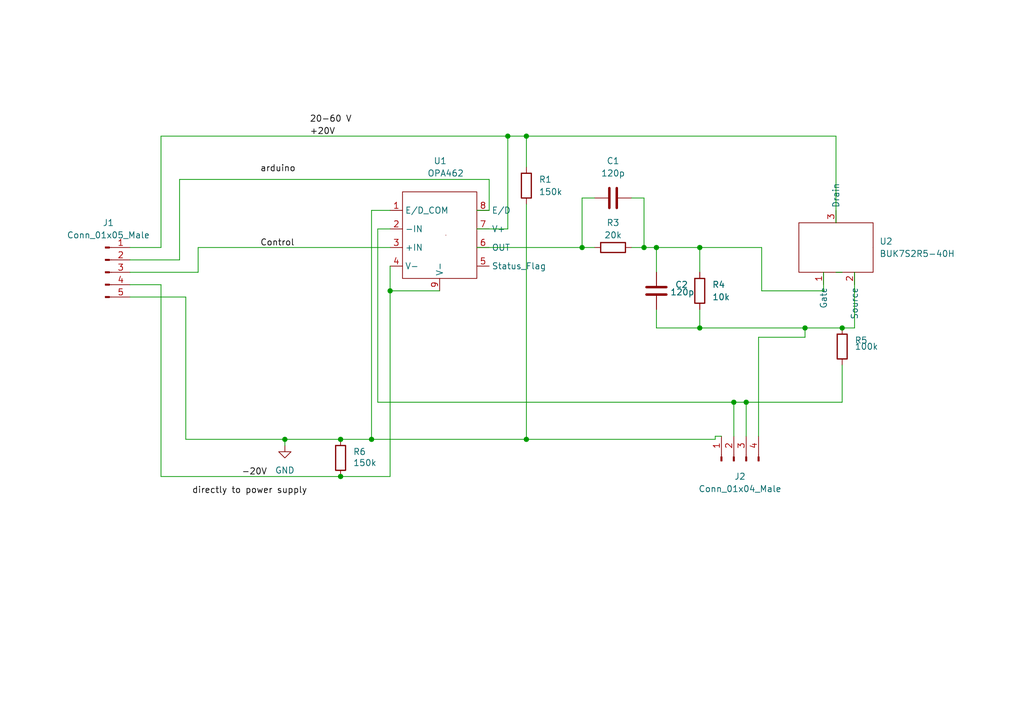
<source format=kicad_sch>
(kicad_sch (version 20230121) (generator eeschema)

  (uuid d8603679-3e7b-4337-8dbc-1827f5f54d8a)

  (paper "A5")

  (title_block
    (title "LED driver")
    (date "2023-02-01")
    (rev "v1a")
    (company "SBC / Northwestern University")
    (comment 1 "Author: Shilin Ray")
  )

  (lib_symbols
    (symbol "Connector:Conn_01x04_Male" (pin_names (offset 1.016) hide) (in_bom yes) (on_board yes)
      (property "Reference" "J" (at 0 6.35 0)
        (effects (font (size 1.27 1.27)))
      )
      (property "Value" "Conn_01x04_Male" (at 0 -7.62 0)
        (effects (font (size 1.27 1.27)))
      )
      (property "Footprint" "" (at 1.905 4.445 90)
        (effects (font (size 1.27 1.27)) hide)
      )
      (property "Datasheet" "~" (at 1.905 4.445 90)
        (effects (font (size 1.27 1.27)) hide)
      )
      (property "ki_keywords" "connector" (at 0 0 0)
        (effects (font (size 1.27 1.27)) hide)
      )
      (property "ki_description" "Generic connector, single row, 01x04, script generated (kicad-library-utils/schlib/autogen/connector/)" (at 0 0 0)
        (effects (font (size 1.27 1.27)) hide)
      )
      (property "ki_fp_filters" "Connector*:*_1x??_*" (at 0 0 0)
        (effects (font (size 1.27 1.27)) hide)
      )
      (symbol "Conn_01x04_Male_1_1"
        (rectangle (start -3.048 3.5814) (end -3.302 4.445)
          (stroke (width 0.1524) (type default))
          (fill (type outline))
        )
        (rectangle (start -0.508 3.5814) (end -0.762 4.445)
          (stroke (width 0.1524) (type default))
          (fill (type outline))
        )
        (polyline
          (pts
            (xy -3.175 3.175)
            (xy -3.175 3.5814)
          )
          (stroke (width 0.1524) (type default))
          (fill (type none))
        )
        (polyline
          (pts
            (xy -0.635 3.175)
            (xy -0.635 3.5814)
          )
          (stroke (width 0.1524) (type default))
          (fill (type none))
        )
        (polyline
          (pts
            (xy 1.905 3.175)
            (xy 1.905 3.5814)
          )
          (stroke (width 0.1524) (type default))
          (fill (type none))
        )
        (polyline
          (pts
            (xy 4.445 3.175)
            (xy 4.445 3.5814)
          )
          (stroke (width 0.1524) (type default))
          (fill (type none))
        )
        (rectangle (start 2.032 3.5814) (end 1.778 4.445)
          (stroke (width 0.1524) (type default))
          (fill (type outline))
        )
        (rectangle (start 4.572 3.5814) (end 4.318 4.445)
          (stroke (width 0.1524) (type default))
          (fill (type outline))
        )
        (pin passive line (at 4.445 -0.635 90) (length 3.81)
          (name "Pin_1" (effects (font (size 1.27 1.27))))
          (number "1" (effects (font (size 1.27 1.27))))
        )
        (pin passive line (at 1.905 -0.635 90) (length 3.81)
          (name "Pin_2" (effects (font (size 1.27 1.27))))
          (number "2" (effects (font (size 1.27 1.27))))
        )
        (pin passive line (at -0.635 -0.635 90) (length 3.81)
          (name "Pin_3" (effects (font (size 1.27 1.27))))
          (number "3" (effects (font (size 1.27 1.27))))
        )
        (pin passive line (at -3.175 -0.635 90) (length 3.81)
          (name "Pin_4" (effects (font (size 1.27 1.27))))
          (number "4" (effects (font (size 1.27 1.27))))
        )
      )
    )
    (symbol "Connector:Conn_01x05_Male" (pin_names (offset 1.016) hide) (in_bom yes) (on_board yes)
      (property "Reference" "J" (at 0 7.62 0)
        (effects (font (size 1.27 1.27)))
      )
      (property "Value" "Conn_01x05_Male" (at 0 -7.62 0)
        (effects (font (size 1.27 1.27)))
      )
      (property "Footprint" "" (at 0 0 0)
        (effects (font (size 1.27 1.27)) hide)
      )
      (property "Datasheet" "~" (at 0 0 0)
        (effects (font (size 1.27 1.27)) hide)
      )
      (property "ki_keywords" "connector" (at 0 0 0)
        (effects (font (size 1.27 1.27)) hide)
      )
      (property "ki_description" "Generic connector, single row, 01x05, script generated (kicad-library-utils/schlib/autogen/connector/)" (at 0 0 0)
        (effects (font (size 1.27 1.27)) hide)
      )
      (property "ki_fp_filters" "Connector*:*_1x??_*" (at 0 0 0)
        (effects (font (size 1.27 1.27)) hide)
      )
      (symbol "Conn_01x05_Male_1_1"
        (polyline
          (pts
            (xy 1.27 -5.08)
            (xy 0.8636 -5.08)
          )
          (stroke (width 0.1524) (type default))
          (fill (type none))
        )
        (polyline
          (pts
            (xy 1.27 -2.54)
            (xy 0.8636 -2.54)
          )
          (stroke (width 0.1524) (type default))
          (fill (type none))
        )
        (polyline
          (pts
            (xy 1.27 0)
            (xy 0.8636 0)
          )
          (stroke (width 0.1524) (type default))
          (fill (type none))
        )
        (polyline
          (pts
            (xy 1.27 2.54)
            (xy 0.8636 2.54)
          )
          (stroke (width 0.1524) (type default))
          (fill (type none))
        )
        (polyline
          (pts
            (xy 1.27 5.08)
            (xy 0.8636 5.08)
          )
          (stroke (width 0.1524) (type default))
          (fill (type none))
        )
        (rectangle (start 0.8636 -4.953) (end 0 -5.207)
          (stroke (width 0.1524) (type default))
          (fill (type outline))
        )
        (rectangle (start 0.8636 -2.413) (end 0 -2.667)
          (stroke (width 0.1524) (type default))
          (fill (type outline))
        )
        (rectangle (start 0.8636 0.127) (end 0 -0.127)
          (stroke (width 0.1524) (type default))
          (fill (type outline))
        )
        (rectangle (start 0.8636 2.667) (end 0 2.413)
          (stroke (width 0.1524) (type default))
          (fill (type outline))
        )
        (rectangle (start 0.8636 5.207) (end 0 4.953)
          (stroke (width 0.1524) (type default))
          (fill (type outline))
        )
        (pin passive line (at 5.08 5.08 180) (length 3.81)
          (name "Pin_1" (effects (font (size 1.27 1.27))))
          (number "1" (effects (font (size 1.27 1.27))))
        )
        (pin passive line (at 5.08 2.54 180) (length 3.81)
          (name "Pin_2" (effects (font (size 1.27 1.27))))
          (number "2" (effects (font (size 1.27 1.27))))
        )
        (pin passive line (at 5.08 0 180) (length 3.81)
          (name "Pin_3" (effects (font (size 1.27 1.27))))
          (number "3" (effects (font (size 1.27 1.27))))
        )
        (pin passive line (at 5.08 -2.54 180) (length 3.81)
          (name "Pin_4" (effects (font (size 1.27 1.27))))
          (number "4" (effects (font (size 1.27 1.27))))
        )
        (pin passive line (at 5.08 -5.08 180) (length 3.81)
          (name "Pin_5" (effects (font (size 1.27 1.27))))
          (number "5" (effects (font (size 1.27 1.27))))
        )
      )
    )
    (symbol "Device:C" (pin_numbers hide) (pin_names (offset 0.254)) (in_bom yes) (on_board yes)
      (property "Reference" "C" (at 0.635 2.54 0)
        (effects (font (size 1.27 1.27)) (justify left))
      )
      (property "Value" "C" (at 0.635 -2.54 0)
        (effects (font (size 1.27 1.27)) (justify left))
      )
      (property "Footprint" "" (at 0.9652 -3.81 0)
        (effects (font (size 1.27 1.27)) hide)
      )
      (property "Datasheet" "~" (at 0 0 0)
        (effects (font (size 1.27 1.27)) hide)
      )
      (property "ki_keywords" "cap capacitor" (at 0 0 0)
        (effects (font (size 1.27 1.27)) hide)
      )
      (property "ki_description" "Unpolarized capacitor" (at 0 0 0)
        (effects (font (size 1.27 1.27)) hide)
      )
      (property "ki_fp_filters" "C_*" (at 0 0 0)
        (effects (font (size 1.27 1.27)) hide)
      )
      (symbol "C_0_1"
        (polyline
          (pts
            (xy -2.032 -0.762)
            (xy 2.032 -0.762)
          )
          (stroke (width 0.508) (type default))
          (fill (type none))
        )
        (polyline
          (pts
            (xy -2.032 0.762)
            (xy 2.032 0.762)
          )
          (stroke (width 0.508) (type default))
          (fill (type none))
        )
      )
      (symbol "C_1_1"
        (pin passive line (at 0 3.81 270) (length 2.794)
          (name "~" (effects (font (size 1.27 1.27))))
          (number "1" (effects (font (size 1.27 1.27))))
        )
        (pin passive line (at 0 -3.81 90) (length 2.794)
          (name "~" (effects (font (size 1.27 1.27))))
          (number "2" (effects (font (size 1.27 1.27))))
        )
      )
    )
    (symbol "Device:R" (pin_numbers hide) (pin_names (offset 0)) (in_bom yes) (on_board yes)
      (property "Reference" "R" (at 2.032 0 90)
        (effects (font (size 1.27 1.27)))
      )
      (property "Value" "R" (at 0 0 90)
        (effects (font (size 1.27 1.27)))
      )
      (property "Footprint" "" (at -1.778 0 90)
        (effects (font (size 1.27 1.27)) hide)
      )
      (property "Datasheet" "~" (at 0 0 0)
        (effects (font (size 1.27 1.27)) hide)
      )
      (property "ki_keywords" "R res resistor" (at 0 0 0)
        (effects (font (size 1.27 1.27)) hide)
      )
      (property "ki_description" "Resistor" (at 0 0 0)
        (effects (font (size 1.27 1.27)) hide)
      )
      (property "ki_fp_filters" "R_*" (at 0 0 0)
        (effects (font (size 1.27 1.27)) hide)
      )
      (symbol "R_0_1"
        (rectangle (start -1.016 -2.54) (end 1.016 2.54)
          (stroke (width 0.254) (type default))
          (fill (type none))
        )
      )
      (symbol "R_1_1"
        (pin passive line (at 0 3.81 270) (length 1.27)
          (name "~" (effects (font (size 1.27 1.27))))
          (number "1" (effects (font (size 1.27 1.27))))
        )
        (pin passive line (at 0 -3.81 90) (length 1.27)
          (name "~" (effects (font (size 1.27 1.27))))
          (number "2" (effects (font (size 1.27 1.27))))
        )
      )
    )
    (symbol "Shilin's_Symbols:BUK7S2R5-40H" (in_bom yes) (on_board yes)
      (property "Reference" "U" (at 0 0 0)
        (effects (font (size 1.27 1.27)))
      )
      (property "Value" "BUK7S2R5-40H" (at 0 2 0)
        (effects (font (size 1.27 1.27)))
      )
      (property "Footprint" "" (at 0 0 0)
        (effects (font (size 1.27 1.27)) hide)
      )
      (property "Datasheet" "" (at 0 0 0)
        (effects (font (size 1.27 1.27)) hide)
      )
      (symbol "BUK7S2R5-40H_0_1"
        (rectangle (start 7.62 -20.32) (end -7.62 -10.16)
          (stroke (width 0) (type default))
          (fill (type none))
        )
        (rectangle (start 7.62 -15.24) (end 7.62 -15.24)
          (stroke (width 0) (type default))
          (fill (type none))
        )
      )
      (symbol "BUK7S2R5-40H_1_1"
        (pin input line (at -2.54 -20.32 270) (length 2.54)
          (name "Gate" (effects (font (size 1.27 1.27))))
          (number "1" (effects (font (size 1.27 1.27))))
        )
        (pin input line (at 3.81 -20.32 270) (length 2.54)
          (name "Source" (effects (font (size 1.27 1.27))))
          (number "2" (effects (font (size 1.27 1.27))))
        )
        (pin input line (at 0 -10.16 90) (length 2.54)
          (name "Drain" (effects (font (size 1.27 1.27))))
          (number "3" (effects (font (size 1.27 1.27))))
        )
      )
    )
    (symbol "Shilin's_Symbols:OPA462" (in_bom yes) (on_board yes)
      (property "Reference" "U1" (at 1.27 3.81 0)
        (effects (font (size 1.27 1.27)) (justify left))
      )
      (property "Value" "OPA462" (at 0 1.27 0)
        (effects (font (size 1.27 1.27)) (justify left))
      )
      (property "Footprint" "Package_SO:SOIC-8-1EP_3.9x4.9mm_P1.27mm_EP2.62x3.51mm_ThermalVias" (at 0 0 0)
        (effects (font (size 1.27 1.27)) hide)
      )
      (property "Datasheet" "" (at 0 0 0)
        (effects (font (size 1.27 1.27)) hide)
      )
      (symbol "OPA462_0_1"
        (rectangle (start -5.08 -2.54) (end 10.16 -20.32)
          (stroke (width 0) (type default))
          (fill (type none))
        )
        (rectangle (start 3.81 -11.43) (end 3.81 -11.43)
          (stroke (width 0) (type default))
          (fill (type none))
        )
      )
      (symbol "OPA462_1_1"
        (pin input line (at -7.62 -6.35 0) (length 2.54)
          (name "E/D_COM" (effects (font (size 1.27 1.27))))
          (number "1" (effects (font (size 1.27 1.27))))
        )
        (pin input line (at -7.62 -10.16 0) (length 2.54)
          (name "-IN" (effects (font (size 1.27 1.27))))
          (number "2" (effects (font (size 1.27 1.27))))
        )
        (pin input line (at -7.62 -13.97 0) (length 2.54)
          (name "+IN" (effects (font (size 1.27 1.27))))
          (number "3" (effects (font (size 1.27 1.27))))
        )
        (pin input line (at -7.62 -17.78 0) (length 2.54)
          (name "V-" (effects (font (size 1.27 1.27))))
          (number "4" (effects (font (size 1.27 1.27))))
        )
        (pin input line (at 10.16 -17.78 0) (length 2.54)
          (name "Status_Flag" (effects (font (size 1.27 1.27))))
          (number "5" (effects (font (size 1.27 1.27))))
        )
        (pin input line (at 10.16 -13.97 0) (length 2.54)
          (name "OUT" (effects (font (size 1.27 1.27))))
          (number "6" (effects (font (size 1.27 1.27))))
        )
        (pin input line (at 10.16 -10.16 0) (length 2.54)
          (name "V+" (effects (font (size 1.27 1.27))))
          (number "7" (effects (font (size 1.27 1.27))))
        )
        (pin input line (at 10.16 -6.35 0) (length 2.54)
          (name "E/D" (effects (font (size 1.27 1.27))))
          (number "8" (effects (font (size 1.27 1.27))))
        )
        (pin input line (at 2.54 -22.86 90) (length 2.54)
          (name "V-" (effects (font (size 1.27 1.27))))
          (number "9" (effects (font (size 1.27 1.27))))
        )
      )
    )
    (symbol "power:GND" (power) (pin_names (offset 0)) (in_bom yes) (on_board yes)
      (property "Reference" "#PWR" (at 0 -6.35 0)
        (effects (font (size 1.27 1.27)) hide)
      )
      (property "Value" "GND" (at 0 -3.81 0)
        (effects (font (size 1.27 1.27)))
      )
      (property "Footprint" "" (at 0 0 0)
        (effects (font (size 1.27 1.27)) hide)
      )
      (property "Datasheet" "" (at 0 0 0)
        (effects (font (size 1.27 1.27)) hide)
      )
      (property "ki_keywords" "power-flag" (at 0 0 0)
        (effects (font (size 1.27 1.27)) hide)
      )
      (property "ki_description" "Power symbol creates a global label with name \"GND\" , ground" (at 0 0 0)
        (effects (font (size 1.27 1.27)) hide)
      )
      (symbol "GND_0_1"
        (polyline
          (pts
            (xy 0 0)
            (xy 0 -1.27)
            (xy 1.27 -1.27)
            (xy 0 -2.54)
            (xy -1.27 -1.27)
            (xy 0 -1.27)
          )
          (stroke (width 0) (type default))
          (fill (type none))
        )
      )
      (symbol "GND_1_1"
        (pin power_in line (at 0 0 270) (length 0) hide
          (name "GND" (effects (font (size 1.27 1.27))))
          (number "1" (effects (font (size 1.27 1.27))))
        )
      )
    )
  )

  (junction (at 69.85 90.17) (diameter 0) (color 0 0 0 0)
    (uuid 27b6d9c4-93df-46f9-ab42-dae51574d3f6)
  )
  (junction (at 80.01 59.69) (diameter 0) (color 0 0 0 0)
    (uuid 319ab963-5bc7-489e-9326-d68e2b09e871)
  )
  (junction (at 107.95 27.94) (diameter 0) (color 0 0 0 0)
    (uuid 430c890a-5f4f-486f-b812-bed12bdeb4d5)
  )
  (junction (at 132.08 50.8) (diameter 0) (color 0 0 0 0)
    (uuid 5056164a-8922-400c-9136-684279cfe8ca)
  )
  (junction (at 153.035 82.55) (diameter 0) (color 0 0 0 0)
    (uuid 5245737a-3dd3-45b1-8b34-07f839fb4fdd)
  )
  (junction (at 104.14 27.94) (diameter 0) (color 0 0 0 0)
    (uuid 68e07da0-b5ac-4d80-9540-b593eeb655ad)
  )
  (junction (at 107.95 90.17) (diameter 0) (color 0 0 0 0)
    (uuid 78b2ba51-0274-4fe7-ae83-f6b2f6ac1959)
  )
  (junction (at 143.51 50.8) (diameter 0) (color 0 0 0 0)
    (uuid 8d7d2373-60ba-4d90-a1f1-dde72fa16a6d)
  )
  (junction (at 143.51 67.31) (diameter 0) (color 0 0 0 0)
    (uuid 9afcbb7e-ff43-4ccc-8085-16626015bf7f)
  )
  (junction (at 69.85 97.79) (diameter 0) (color 0 0 0 0)
    (uuid a8f675a1-594b-4635-aef0-0bdd5268274d)
  )
  (junction (at 58.42 90.17) (diameter 0) (color 0 0 0 0)
    (uuid b52d894f-50fc-4262-ab73-2e11e4ea7147)
  )
  (junction (at 134.62 50.8) (diameter 0) (color 0 0 0 0)
    (uuid b57dc400-7e9b-46f2-aad1-28897722e875)
  )
  (junction (at 119.38 50.8) (diameter 0) (color 0 0 0 0)
    (uuid e44ef9a7-1100-4f20-b3c0-c7ba59f02c79)
  )
  (junction (at 165.1 67.31) (diameter 0) (color 0 0 0 0)
    (uuid e84ee642-1b5c-4b3b-be2a-b8d2054b8674)
  )
  (junction (at 150.495 82.55) (diameter 0) (color 0 0 0 0)
    (uuid ed37a2a6-2bb5-4194-9589-69a577e5ea3c)
  )
  (junction (at 172.72 67.31) (diameter 0) (color 0 0 0 0)
    (uuid f75eafd4-9dc8-42c8-becf-c292efbefc24)
  )
  (junction (at 76.2 90.17) (diameter 0) (color 0 0 0 0)
    (uuid fa647fcc-298c-448e-ae50-a4a077d74817)
  )

  (wire (pts (xy 33.02 97.79) (xy 69.85 97.79))
    (stroke (width 0) (type default))
    (uuid 005ec23f-d644-4f18-ada1-e890383dfaa8)
  )
  (wire (pts (xy 150.495 82.55) (xy 150.495 89.535))
    (stroke (width 0) (type default))
    (uuid 013575f7-b4bc-4158-93fb-f081f687efce)
  )
  (wire (pts (xy 104.14 27.94) (xy 107.95 27.94))
    (stroke (width 0) (type default))
    (uuid 01bd9c21-e4e8-4fea-9987-e6f675664fd5)
  )
  (wire (pts (xy 58.42 90.17) (xy 38.1 90.17))
    (stroke (width 0) (type default))
    (uuid 07e70c2b-4281-44a8-b2fc-1bec13233f8c)
  )
  (wire (pts (xy 129.54 40.64) (xy 132.08 40.64))
    (stroke (width 0) (type default))
    (uuid 086151dc-ece2-4a3b-880a-9ec9da986072)
  )
  (wire (pts (xy 104.14 46.99) (xy 97.79 46.99))
    (stroke (width 0) (type default))
    (uuid 0d7577cc-1a80-4ac4-90b7-bf76e3aa4ffe)
  )
  (wire (pts (xy 77.47 46.99) (xy 80.01 46.99))
    (stroke (width 0) (type default))
    (uuid 0f2ca3fd-9c5a-48a1-8f27-6bea857e4274)
  )
  (wire (pts (xy 36.83 53.34) (xy 26.67 53.34))
    (stroke (width 0) (type default))
    (uuid 10574c45-fe8c-41dd-ad96-55de3662bdbc)
  )
  (wire (pts (xy 80.01 97.79) (xy 80.01 59.69))
    (stroke (width 0) (type default))
    (uuid 167a69d7-7f73-47cb-b882-903ce37c607e)
  )
  (wire (pts (xy 76.2 90.17) (xy 107.95 90.17))
    (stroke (width 0) (type default))
    (uuid 1d8a20f9-7ca5-4e2e-be93-cedad14865ed)
  )
  (wire (pts (xy 26.67 55.88) (xy 40.64 55.88))
    (stroke (width 0) (type default))
    (uuid 2168b134-17e3-4d72-9b9e-bea23792d94c)
  )
  (wire (pts (xy 143.51 50.8) (xy 156.21 50.8))
    (stroke (width 0) (type default))
    (uuid 22d0d422-9e14-4280-b4de-56a40b7ad139)
  )
  (wire (pts (xy 175.26 55.88) (xy 175.26 67.31))
    (stroke (width 0) (type default))
    (uuid 248a12d4-0aab-405b-a118-bff423d35aa5)
  )
  (wire (pts (xy 76.2 43.18) (xy 76.2 90.17))
    (stroke (width 0) (type default))
    (uuid 25604373-076d-439f-9150-71198053cdb5)
  )
  (wire (pts (xy 153.035 82.55) (xy 172.72 82.55))
    (stroke (width 0) (type default))
    (uuid 25c387eb-1c14-4529-a1a9-8e8920462ff8)
  )
  (wire (pts (xy 134.62 55.88) (xy 134.62 50.8))
    (stroke (width 0) (type default))
    (uuid 2b4ef595-8d6d-4c72-920f-8ee277cb8c39)
  )
  (wire (pts (xy 40.64 50.8) (xy 80.01 50.8))
    (stroke (width 0) (type default))
    (uuid 2c094ac3-7986-4686-9d50-61536adb0a74)
  )
  (wire (pts (xy 134.62 50.8) (xy 143.51 50.8))
    (stroke (width 0) (type default))
    (uuid 2e4baacb-8911-4cd8-85a2-8624d0f44ce6)
  )
  (wire (pts (xy 33.02 97.79) (xy 33.02 58.42))
    (stroke (width 0) (type default))
    (uuid 34d978f7-bd39-4245-9b4a-e60da2ac6199)
  )
  (wire (pts (xy 155.575 69.215) (xy 165.1 69.215))
    (stroke (width 0) (type default))
    (uuid 384874da-0e76-4c32-8847-1771499c5cc2)
  )
  (wire (pts (xy 156.21 50.8) (xy 156.21 59.69))
    (stroke (width 0) (type default))
    (uuid 41692259-d3e3-4fde-ba6f-b2e4d1b35ecd)
  )
  (wire (pts (xy 77.47 82.55) (xy 77.47 46.99))
    (stroke (width 0) (type default))
    (uuid 41b01cac-2e11-4710-9221-2c0b3897a3c8)
  )
  (wire (pts (xy 165.1 67.31) (xy 143.51 67.31))
    (stroke (width 0) (type default))
    (uuid 4f18d96f-dac6-444c-8750-ed5591586e99)
  )
  (wire (pts (xy 107.95 90.17) (xy 146.685 90.17))
    (stroke (width 0) (type default))
    (uuid 53c8f187-c4b3-4c43-9643-47f630bf39d5)
  )
  (wire (pts (xy 156.21 59.69) (xy 168.91 59.69))
    (stroke (width 0) (type default))
    (uuid 558e6b85-aade-4cb6-bb14-7c28e2117038)
  )
  (wire (pts (xy 58.42 90.17) (xy 58.42 91.44))
    (stroke (width 0) (type default))
    (uuid 570c1acd-29de-4e20-8c17-cf322a76e164)
  )
  (wire (pts (xy 132.08 50.8) (xy 134.62 50.8))
    (stroke (width 0) (type default))
    (uuid 575cd875-1454-4c82-bdbb-15c1b567215b)
  )
  (wire (pts (xy 36.83 36.83) (xy 36.83 53.34))
    (stroke (width 0) (type default))
    (uuid 6696456d-2934-4b02-a8c0-cd6c0b68268c)
  )
  (wire (pts (xy 172.72 67.31) (xy 175.26 67.31))
    (stroke (width 0) (type default))
    (uuid 68ab11e8-b6f0-40fd-9b9f-0b2f7a31ba79)
  )
  (wire (pts (xy 107.95 27.94) (xy 107.95 34.29))
    (stroke (width 0) (type default))
    (uuid 6adb0573-22a5-4c92-97c1-0c0b0a477290)
  )
  (wire (pts (xy 129.54 50.8) (xy 132.08 50.8))
    (stroke (width 0) (type default))
    (uuid 6e23c048-8ff2-428f-b855-d65c58963bfb)
  )
  (wire (pts (xy 40.64 50.8) (xy 40.64 55.88))
    (stroke (width 0) (type default))
    (uuid 722ad79e-2a6b-4b5f-88ad-38608edb8fb2)
  )
  (wire (pts (xy 33.02 27.94) (xy 104.14 27.94))
    (stroke (width 0) (type default))
    (uuid 741a7b08-cce7-48fe-8350-1eae70a10026)
  )
  (wire (pts (xy 80.01 59.69) (xy 90.17 59.69))
    (stroke (width 0) (type default))
    (uuid 74ed99c9-f5f5-4fee-b112-74ccc0a373b0)
  )
  (wire (pts (xy 33.02 27.94) (xy 33.02 50.8))
    (stroke (width 0) (type default))
    (uuid 7ff5d13a-2c4c-41f1-ba16-c92e1e109e29)
  )
  (wire (pts (xy 143.51 63.5) (xy 143.51 67.31))
    (stroke (width 0) (type default))
    (uuid 84dfded5-e173-41d3-8c7f-af94e846660b)
  )
  (wire (pts (xy 146.685 89.535) (xy 147.955 89.535))
    (stroke (width 0) (type default))
    (uuid 84f4e482-b2f1-4337-98c1-9ac27a51afc1)
  )
  (wire (pts (xy 38.1 90.17) (xy 38.1 60.96))
    (stroke (width 0) (type default))
    (uuid 8e61db31-a106-4ba5-b0d1-34d26266004c)
  )
  (wire (pts (xy 38.1 60.96) (xy 26.67 60.96))
    (stroke (width 0) (type default))
    (uuid 94068998-2e51-482c-8d32-2420afa3728d)
  )
  (wire (pts (xy 119.38 50.8) (xy 121.92 50.8))
    (stroke (width 0) (type default))
    (uuid 944d32a2-6efe-4b52-bb0c-b0a741677e8a)
  )
  (wire (pts (xy 97.79 43.18) (xy 100.33 43.18))
    (stroke (width 0) (type default))
    (uuid 9782c4a7-fbeb-488e-b1b3-f6b7b69a828e)
  )
  (wire (pts (xy 69.85 97.79) (xy 80.01 97.79))
    (stroke (width 0) (type default))
    (uuid 9c800ba6-e26b-4e6c-9d9f-ae70670a132f)
  )
  (wire (pts (xy 165.1 67.31) (xy 165.1 69.215))
    (stroke (width 0) (type default))
    (uuid a4265e2c-06a9-41da-b42d-91d87bbe6b18)
  )
  (wire (pts (xy 172.72 67.31) (xy 165.1 67.31))
    (stroke (width 0) (type default))
    (uuid a49eaebc-3a27-4655-b179-382ee0284273)
  )
  (wire (pts (xy 107.95 41.91) (xy 107.95 90.17))
    (stroke (width 0) (type default))
    (uuid ad826993-8060-4ac8-b31b-fb9ea3e66c9e)
  )
  (wire (pts (xy 36.83 36.83) (xy 100.33 36.83))
    (stroke (width 0) (type default))
    (uuid adf9b72a-28ea-4973-bacb-0d390ba47c03)
  )
  (wire (pts (xy 100.33 43.18) (xy 100.33 36.83))
    (stroke (width 0) (type default))
    (uuid bc165b92-b5a7-483a-a85a-0a5814dc4b4b)
  )
  (wire (pts (xy 143.51 55.88) (xy 143.51 50.8))
    (stroke (width 0) (type default))
    (uuid bc5371fa-eaa8-4f22-b58a-411fbab27af2)
  )
  (wire (pts (xy 134.62 63.5) (xy 134.62 67.31))
    (stroke (width 0) (type default))
    (uuid befa5dab-b68a-4f12-a42c-86a2e662917d)
  )
  (wire (pts (xy 134.62 67.31) (xy 143.51 67.31))
    (stroke (width 0) (type default))
    (uuid ca48f2c5-f7e1-4bd2-9b88-a85ebf4641b0)
  )
  (wire (pts (xy 168.91 59.69) (xy 168.91 55.88))
    (stroke (width 0) (type default))
    (uuid cbf84e68-e0ad-4172-98c5-e502f0c04947)
  )
  (wire (pts (xy 172.72 74.93) (xy 172.72 82.55))
    (stroke (width 0) (type default))
    (uuid cc125c00-e81a-44af-8e05-de9d151696b7)
  )
  (wire (pts (xy 69.85 90.17) (xy 76.2 90.17))
    (stroke (width 0) (type default))
    (uuid cd3dccce-98bd-4c44-989f-587c046995ad)
  )
  (wire (pts (xy 171.45 45.72) (xy 171.45 27.94))
    (stroke (width 0) (type default))
    (uuid d2eb2adb-cd9a-4d28-a01c-2d85f40f1a12)
  )
  (wire (pts (xy 77.47 82.55) (xy 150.495 82.55))
    (stroke (width 0) (type default))
    (uuid d59182ec-063d-4d4d-938e-f0de11b81422)
  )
  (wire (pts (xy 33.02 58.42) (xy 26.67 58.42))
    (stroke (width 0) (type default))
    (uuid d59c4c17-8ca2-4893-8c13-bbaced59d2a5)
  )
  (wire (pts (xy 132.08 40.64) (xy 132.08 50.8))
    (stroke (width 0) (type default))
    (uuid d8fb4cd7-ffe2-472b-9444-2f5815faa6e6)
  )
  (wire (pts (xy 104.14 27.94) (xy 104.14 46.99))
    (stroke (width 0) (type default))
    (uuid e231bb61-c32e-4997-b6b2-a5e7f464ca7e)
  )
  (wire (pts (xy 119.38 40.64) (xy 119.38 50.8))
    (stroke (width 0) (type default))
    (uuid e90ed0fc-d9ab-4625-ad20-0cdb50e55861)
  )
  (wire (pts (xy 97.79 50.8) (xy 119.38 50.8))
    (stroke (width 0) (type default))
    (uuid eae2871d-744c-4a4b-b0a0-3e5e9d544b70)
  )
  (wire (pts (xy 69.85 90.17) (xy 58.42 90.17))
    (stroke (width 0) (type default))
    (uuid eb9a8bb8-6746-4889-bf96-bec877b59160)
  )
  (wire (pts (xy 153.035 82.55) (xy 153.035 89.535))
    (stroke (width 0) (type default))
    (uuid ebe2edc5-4e33-458f-88d8-00849a5edf35)
  )
  (wire (pts (xy 33.02 50.8) (xy 26.67 50.8))
    (stroke (width 0) (type default))
    (uuid ed87153c-3ea6-483e-a170-cb4947c4a666)
  )
  (wire (pts (xy 146.685 90.17) (xy 146.685 89.535))
    (stroke (width 0) (type default))
    (uuid eeecfe51-82fe-49aa-a17e-13b5a7b97056)
  )
  (wire (pts (xy 150.495 82.55) (xy 153.035 82.55))
    (stroke (width 0) (type default))
    (uuid f03c1658-906c-4cfb-93a6-a861a2fb619a)
  )
  (wire (pts (xy 172.72 55.88) (xy 171.45 55.88))
    (stroke (width 0) (type default))
    (uuid f205cd9e-d53f-417f-8f8c-8c61f2239111)
  )
  (wire (pts (xy 155.575 89.535) (xy 155.575 69.215))
    (stroke (width 0) (type default))
    (uuid f35fe5ca-f3f4-4c3e-a802-c0fdd39fc2a8)
  )
  (wire (pts (xy 80.01 43.18) (xy 76.2 43.18))
    (stroke (width 0) (type default))
    (uuid f448f365-9531-462c-98d8-e9dbc2eb3b00)
  )
  (wire (pts (xy 121.92 40.64) (xy 119.38 40.64))
    (stroke (width 0) (type default))
    (uuid f6f81491-79d4-4e44-a7f0-ebfd1730f516)
  )
  (wire (pts (xy 80.01 59.69) (xy 80.01 54.61))
    (stroke (width 0) (type default))
    (uuid f811b81f-a760-4cc9-b851-e6c8006bc4db)
  )
  (wire (pts (xy 107.95 27.94) (xy 171.45 27.94))
    (stroke (width 0) (type default))
    (uuid ff7ff267-5e40-4948-9dcd-2b2cee0a394a)
  )

  (label "+20V" (at 63.5 27.94 0) (fields_autoplaced)
    (effects (font (size 1.27 1.27)) (justify left bottom))
    (uuid 3adc626d-a687-428f-b55a-f8bc82949c2c)
  )
  (label "Control " (at 53.34 50.8 0) (fields_autoplaced)
    (effects (font (size 1.27 1.27)) (justify left bottom))
    (uuid 6990cf27-0bd5-4aeb-9f1d-0a3fb6eb1aaa)
  )
  (label "arduino" (at 53.34 35.56 0) (fields_autoplaced)
    (effects (font (size 1.27 1.27)) (justify left bottom))
    (uuid 74e46bbe-2caf-4b7b-baac-da296c91294f)
  )
  (label "20-60 V" (at 63.5 25.4 0) (fields_autoplaced)
    (effects (font (size 1.27 1.27)) (justify left bottom))
    (uuid 8d870591-ff10-4f11-90ca-d3b103aa0d1d)
  )
  (label "directly to power supply" (at 39.37 101.6 0) (fields_autoplaced)
    (effects (font (size 1.27 1.27)) (justify left bottom))
    (uuid b71392e8-a438-47f5-a481-c7b6fa0d6f99)
  )
  (label "-20V" (at 49.53 97.79 0) (fields_autoplaced)
    (effects (font (size 1.27 1.27)) (justify left bottom))
    (uuid dedf3401-51ed-4320-867b-b1580cc95d42)
  )

  (symbol (lib_id "Device:C") (at 125.73 40.64 90) (unit 1)
    (in_bom yes) (on_board yes) (dnp no) (fields_autoplaced)
    (uuid 1dd36f65-ed15-4abf-87ea-f25071a350d9)
    (property "Reference" "C1" (at 125.73 33.02 90)
      (effects (font (size 1.27 1.27)))
    )
    (property "Value" "120p" (at 125.73 35.56 90)
      (effects (font (size 1.27 1.27)))
    )
    (property "Footprint" "Capacitor_THT:CP_Radial_D5.0mm_P2.50mm" (at 129.54 39.6748 0)
      (effects (font (size 1.27 1.27)) hide)
    )
    (property "Datasheet" "~" (at 125.73 40.64 0)
      (effects (font (size 1.27 1.27)) hide)
    )
    (pin "1" (uuid 7c239421-0ca0-4d78-b32c-940aa174322b))
    (pin "2" (uuid 51691e97-82ef-4c43-9bc3-71a96fac5c28))
    (instances
      (project "LED Driver"
        (path "/d8603679-3e7b-4337-8dbc-1827f5f54d8a"
          (reference "C1") (unit 1)
        )
      )
    )
  )

  (symbol (lib_id "Device:R") (at 143.51 59.69 180) (unit 1)
    (in_bom yes) (on_board yes) (dnp no) (fields_autoplaced)
    (uuid 3007e439-fb19-4bcd-a4f3-a7bf6c6c572a)
    (property "Reference" "R4" (at 146.05 58.4199 0)
      (effects (font (size 1.27 1.27)) (justify right))
    )
    (property "Value" "10k" (at 146.05 60.9599 0)
      (effects (font (size 1.27 1.27)) (justify right))
    )
    (property "Footprint" "Resistor_THT:R_Axial_DIN0207_L6.3mm_D2.5mm_P10.16mm_Horizontal" (at 145.288 59.69 90)
      (effects (font (size 1.27 1.27)) hide)
    )
    (property "Datasheet" "~" (at 143.51 59.69 0)
      (effects (font (size 1.27 1.27)) hide)
    )
    (pin "1" (uuid 096fd1b0-6cc0-4eae-b03f-33b0d6d653a4))
    (pin "2" (uuid 7bfcb944-b789-4f8b-aff5-66a1f25179af))
    (instances
      (project "LED Driver"
        (path "/d8603679-3e7b-4337-8dbc-1827f5f54d8a"
          (reference "R4") (unit 1)
        )
      )
    )
  )

  (symbol (lib_id "Shilin's_Symbols:BUK7S2R5-40H") (at 171.45 35.56 0) (unit 1)
    (in_bom yes) (on_board yes) (dnp no) (fields_autoplaced)
    (uuid 3032716c-3172-4a12-a2bb-cccd2bafced8)
    (property "Reference" "U2" (at 180.34 49.5299 0)
      (effects (font (size 1.27 1.27)) (justify left))
    )
    (property "Value" "BUK7S2R5-40H" (at 180.34 52.0699 0)
      (effects (font (size 1.27 1.27)) (justify left))
    )
    (property "Footprint" "Shilin's Footprints:BUK7S2R5-40H_footprint" (at 171.45 35.56 0)
      (effects (font (size 1.27 1.27)) hide)
    )
    (property "Datasheet" "" (at 171.45 35.56 0)
      (effects (font (size 1.27 1.27)) hide)
    )
    (pin "1" (uuid 6610d6f6-1e15-4886-a5af-41e84f1f645a))
    (pin "2" (uuid 8174e2d7-052e-46f5-9214-a330b2dd7721))
    (pin "3" (uuid 9cd3e8d9-7576-40a4-9e2b-db8c42492e1b))
    (instances
      (project "LED Driver"
        (path "/d8603679-3e7b-4337-8dbc-1827f5f54d8a"
          (reference "U2") (unit 1)
        )
      )
    )
  )

  (symbol (lib_id "Device:C") (at 134.62 59.69 180) (unit 1)
    (in_bom yes) (on_board yes) (dnp no)
    (uuid 30b4d475-22f6-49e8-a395-6eaa9e98119b)
    (property "Reference" "C2" (at 138.43 58.4199 0)
      (effects (font (size 1.27 1.27)) (justify right))
    )
    (property "Value" "120p" (at 137.43 59.9599 0)
      (effects (font (size 1.27 1.27)) (justify right))
    )
    (property "Footprint" "Capacitor_THT:CP_Radial_D5.0mm_P2.50mm" (at 133.6548 55.88 0)
      (effects (font (size 1.27 1.27)) hide)
    )
    (property "Datasheet" "~" (at 134.62 59.69 0)
      (effects (font (size 1.27 1.27)) hide)
    )
    (pin "1" (uuid 061bad8b-4d04-484c-8c94-4dc2f35e21c8))
    (pin "2" (uuid 8340aee0-0b1e-43c7-8742-2b65859d6564))
    (instances
      (project "LED Driver"
        (path "/d8603679-3e7b-4337-8dbc-1827f5f54d8a"
          (reference "C2") (unit 1)
        )
      )
    )
  )

  (symbol (lib_id "power:GND") (at 58.42 91.44 0) (unit 1)
    (in_bom yes) (on_board yes) (dnp no) (fields_autoplaced)
    (uuid 4d103dec-c191-41ba-9e42-7834c9e4ea91)
    (property "Reference" "#PWR0101" (at 58.42 97.79 0)
      (effects (font (size 1.27 1.27)) hide)
    )
    (property "Value" "GND" (at 58.42 96.52 0)
      (effects (font (size 1.27 1.27)))
    )
    (property "Footprint" "" (at 58.42 91.44 0)
      (effects (font (size 1.27 1.27)) hide)
    )
    (property "Datasheet" "" (at 58.42 91.44 0)
      (effects (font (size 1.27 1.27)) hide)
    )
    (pin "1" (uuid 96fa2114-ef58-4176-9812-e912f9232468))
    (instances
      (project "LED Driver"
        (path "/d8603679-3e7b-4337-8dbc-1827f5f54d8a"
          (reference "#PWR0101") (unit 1)
        )
      )
    )
  )

  (symbol (lib_id "Device:R") (at 107.95 38.1 0) (unit 1)
    (in_bom yes) (on_board yes) (dnp no) (fields_autoplaced)
    (uuid 4d3f7e9e-a1eb-435e-8968-8aca085e8edc)
    (property "Reference" "R1" (at 110.49 36.8299 0)
      (effects (font (size 1.27 1.27)) (justify left))
    )
    (property "Value" "150k" (at 110.49 39.3699 0)
      (effects (font (size 1.27 1.27)) (justify left))
    )
    (property "Footprint" "Resistor_THT:R_Axial_DIN0207_L6.3mm_D2.5mm_P10.16mm_Horizontal" (at 106.172 38.1 90)
      (effects (font (size 1.27 1.27)) hide)
    )
    (property "Datasheet" "~" (at 107.95 38.1 0)
      (effects (font (size 1.27 1.27)) hide)
    )
    (pin "1" (uuid 8e423461-ed6e-42a9-9133-24fd1a9213d9))
    (pin "2" (uuid 37b85a78-2b96-45f1-9436-17f2c308c9bc))
    (instances
      (project "LED Driver"
        (path "/d8603679-3e7b-4337-8dbc-1827f5f54d8a"
          (reference "R1") (unit 1)
        )
      )
    )
  )

  (symbol (lib_id "Connector:Conn_01x05_Male") (at 21.59 55.88 0) (unit 1)
    (in_bom yes) (on_board yes) (dnp no) (fields_autoplaced)
    (uuid 68704f6d-293d-41a4-ae0a-733eb2f2fde9)
    (property "Reference" "J1" (at 22.225 45.72 0)
      (effects (font (size 1.27 1.27)))
    )
    (property "Value" "Conn_01x05_Male" (at 22.225 48.26 0)
      (effects (font (size 1.27 1.27)))
    )
    (property "Footprint" "Connector_PinHeader_2.54mm:PinHeader_1x05_P2.54mm_Vertical" (at 21.59 55.88 0)
      (effects (font (size 1.27 1.27)) hide)
    )
    (property "Datasheet" "~" (at 21.59 55.88 0)
      (effects (font (size 1.27 1.27)) hide)
    )
    (pin "1" (uuid bd10d77f-ef32-4cff-8adb-b2b1cfaf688a))
    (pin "2" (uuid 1ac9751c-7377-467d-be48-b07a0bf9fe34))
    (pin "3" (uuid 13e8048c-850b-4202-9574-bed1d645c2f8))
    (pin "4" (uuid ad12ff78-e457-4046-86b5-b39402e89aeb))
    (pin "5" (uuid a39cad1f-5519-4708-8195-377d24361980))
    (instances
      (project "LED Driver"
        (path "/d8603679-3e7b-4337-8dbc-1827f5f54d8a"
          (reference "J1") (unit 1)
        )
      )
    )
  )

  (symbol (lib_id "Device:R") (at 125.73 50.8 270) (unit 1)
    (in_bom yes) (on_board yes) (dnp no)
    (uuid 7e8c3938-1b1b-4c04-84eb-754a690e05bb)
    (property "Reference" "R3" (at 125.73 45.72 90)
      (effects (font (size 1.27 1.27)))
    )
    (property "Value" "20k" (at 125.73 48.26 90)
      (effects (font (size 1.27 1.27)))
    )
    (property "Footprint" "Resistor_THT:R_Axial_DIN0207_L6.3mm_D2.5mm_P10.16mm_Horizontal" (at 125.73 49.022 90)
      (effects (font (size 1.27 1.27)) hide)
    )
    (property "Datasheet" "~" (at 125.73 50.8 0)
      (effects (font (size 1.27 1.27)) hide)
    )
    (pin "1" (uuid ca2c5000-1e51-420d-b423-fc02a5565bce))
    (pin "2" (uuid 6f2709e8-ee01-4f90-bdfe-0cf055de4b4f))
    (instances
      (project "LED Driver"
        (path "/d8603679-3e7b-4337-8dbc-1827f5f54d8a"
          (reference "R3") (unit 1)
        )
      )
    )
  )

  (symbol (lib_id "Device:R") (at 69.85 93.98 180) (unit 1)
    (in_bom yes) (on_board yes) (dnp no)
    (uuid 92f759df-e7f5-4cd6-b760-c1a61545e330)
    (property "Reference" "R6" (at 72.39 92.7099 0)
      (effects (font (size 1.27 1.27)) (justify right))
    )
    (property "Value" "150k" (at 72.39 94.9799 0)
      (effects (font (size 1.27 1.27)) (justify right))
    )
    (property "Footprint" "Resistor_THT:R_Axial_DIN0207_L6.3mm_D2.5mm_P10.16mm_Horizontal" (at 71.628 93.98 90)
      (effects (font (size 1.27 1.27)) hide)
    )
    (property "Datasheet" "~" (at 69.85 93.98 0)
      (effects (font (size 1.27 1.27)) hide)
    )
    (pin "1" (uuid 2bbec90f-8feb-47ec-9815-fa8e648303bb))
    (pin "2" (uuid acf4f524-fc76-4512-89b7-475e5825ad70))
    (instances
      (project "LED Driver"
        (path "/d8603679-3e7b-4337-8dbc-1827f5f54d8a"
          (reference "R6") (unit 1)
        )
      )
    )
  )

  (symbol (lib_id "Shilin's_Symbols:OPA462") (at 87.63 36.83 0) (unit 1)
    (in_bom yes) (on_board yes) (dnp no)
    (uuid c6a3a4f6-9b75-4503-9dc6-464cb8856679)
    (property "Reference" "U1" (at 88.9 33.02 0)
      (effects (font (size 1.27 1.27)) (justify left))
    )
    (property "Value" "OPA462" (at 87.63 35.56 0)
      (effects (font (size 1.27 1.27)) (justify left))
    )
    (property "Footprint" "Package_SO:SOIC-8-1EP_3.9x4.9mm_P1.27mm_EP2.62x3.51mm_ThermalVias" (at 87.63 36.83 0)
      (effects (font (size 1.27 1.27)) hide)
    )
    (property "Datasheet" "" (at 87.63 36.83 0)
      (effects (font (size 1.27 1.27)) hide)
    )
    (pin "1" (uuid 3e6b6d97-0a2d-416e-83a6-edcc767f7b0b))
    (pin "2" (uuid 8343df9c-b6a2-48e3-8692-e663b367cfac))
    (pin "3" (uuid 483c6d94-68c1-4f1b-8e98-c40bca319724))
    (pin "4" (uuid 2ad02a87-e3b7-4109-83a9-34018b7755f2))
    (pin "5" (uuid 869e4e5d-0ba2-4623-a79c-e94aec112854))
    (pin "6" (uuid 2dc81cd6-70c0-4184-bb44-312e0b38b76b))
    (pin "7" (uuid 1d948cd0-f6e4-4bae-aaaf-c0cfc5cdd7a9))
    (pin "8" (uuid 97998cb6-a494-40b7-8bbd-7df2c034b907))
    (pin "9" (uuid 1748182f-9b5d-42e5-b819-9c9baec997b7))
    (instances
      (project "LED Driver"
        (path "/d8603679-3e7b-4337-8dbc-1827f5f54d8a"
          (reference "U1") (unit 1)
        )
      )
    )
  )

  (symbol (lib_id "Device:R") (at 172.72 71.12 180) (unit 1)
    (in_bom yes) (on_board yes) (dnp no) (fields_autoplaced)
    (uuid cbc7ac82-330e-4a64-86e2-132e46c22976)
    (property "Reference" "R5" (at 175.26 69.8499 0)
      (effects (font (size 1.27 1.27)) (justify right))
    )
    (property "Value" "100k" (at 175.26 71.1199 0)
      (effects (font (size 1.27 1.27)) (justify right))
    )
    (property "Footprint" "Resistor_THT:R_Axial_DIN0207_L6.3mm_D2.5mm_P10.16mm_Horizontal" (at 174.498 71.12 90)
      (effects (font (size 1.27 1.27)) hide)
    )
    (property "Datasheet" "~" (at 172.72 71.12 0)
      (effects (font (size 1.27 1.27)) hide)
    )
    (pin "1" (uuid 14f60a29-26e7-4c97-bea9-d06c81f38f5d))
    (pin "2" (uuid 0aa9eb2c-c036-44da-906a-b93d06943427))
    (instances
      (project "LED Driver"
        (path "/d8603679-3e7b-4337-8dbc-1827f5f54d8a"
          (reference "R5") (unit 1)
        )
      )
    )
  )

  (symbol (lib_id "Connector:Conn_01x04_Male") (at 152.4 90.17 180) (unit 1)
    (in_bom yes) (on_board yes) (dnp no) (fields_autoplaced)
    (uuid fcdab75c-f15a-4b71-943f-5d9839672f06)
    (property "Reference" "J2" (at 151.765 97.79 0)
      (effects (font (size 1.27 1.27)))
    )
    (property "Value" "Conn_01x04_Male" (at 151.765 100.33 0)
      (effects (font (size 1.27 1.27)))
    )
    (property "Footprint" "Connector_PinHeader_2.54mm:PinHeader_1x04_P2.54mm_Vertical" (at 150.495 94.615 90)
      (effects (font (size 1.27 1.27)) hide)
    )
    (property "Datasheet" "~" (at 150.495 94.615 90)
      (effects (font (size 1.27 1.27)) hide)
    )
    (pin "1" (uuid dfda5096-c59a-4717-892e-fcdf2fae3705))
    (pin "2" (uuid 14cd4365-cb42-4ef0-9708-faed633d4393))
    (pin "3" (uuid e39d2cf4-935a-4c74-92b8-f1f14ce30e19))
    (pin "4" (uuid 965ad367-3a2f-4590-b5a4-45742e7c380a))
    (instances
      (project "LED Driver"
        (path "/d8603679-3e7b-4337-8dbc-1827f5f54d8a"
          (reference "J2") (unit 1)
        )
      )
    )
  )

  (sheet_instances
    (path "/" (page "1"))
  )
)

</source>
